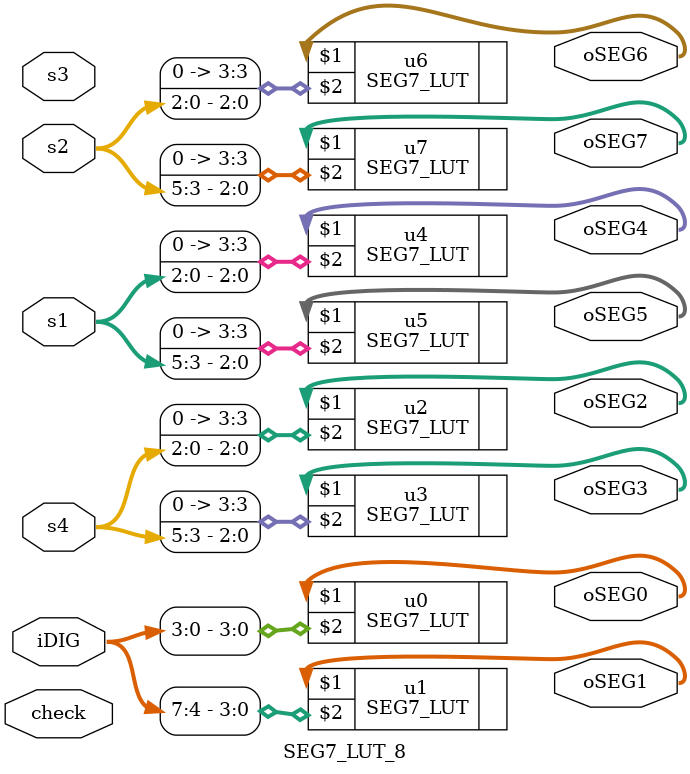
<source format=v>

module SEG7_LUT_8 (	oSEG0,oSEG1,oSEG2,oSEG3,oSEG4,oSEG5,oSEG6,oSEG7,iDIG,check,s1,s2,s3,s4 );
input	[31:0]	iDIG;
input           check;
input   [5:0]   s1;
input   [5:0]   s2;
input   [5:0]   s3;
input   [5:0]   s4;
output	[6:0]	oSEG0,oSEG1,oSEG2,oSEG3,oSEG4,oSEG5,oSEG6,oSEG7;

SEG7_LUT	u0	(	oSEG0,iDIG[3:0]		);
SEG7_LUT	u1	(	oSEG1,iDIG[7:4]		);
SEG7_LUT	u2	(	oSEG2,{1'b0,s4[2:0]} 	);
SEG7_LUT	u3	(	oSEG3,{1'b0,s4[5:3]} 	);
SEG7_LUT	u4	(	oSEG4,{1'b0,s1[2:0]} 	);
SEG7_LUT	u5	(	oSEG5,{1'b0,s1[5:3]}  	);
SEG7_LUT	u6	(	oSEG6,{1'b0,s2[2:0]} 	);
SEG7_LUT	u7	(	oSEG7,{1'b0,s2[5:3]}	);

endmodule
</source>
